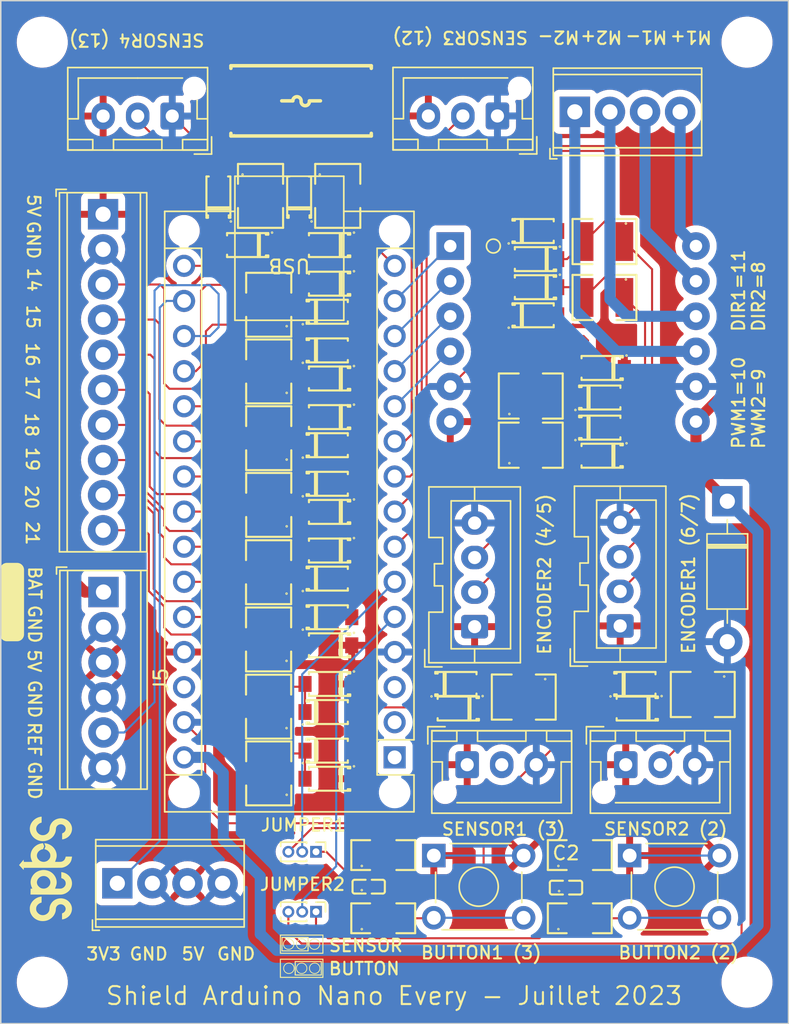
<source format=kicad_pcb>
(kicad_pcb (version 20221018) (generator pcbnew)
  (layers (0 "F.Cu" signal) (31 "B.Cu" signal) (34 "B.Paste" user) (35 "F.Paste" user) (36 "B.SilkS" user "B.Silkscreen") (37 "F.SilkS" user "F.Silkscreen") (38 "B.Mask" user) (39 "F.Mask" user) (44 "Edge.Cuts" user))
  (net 0 "")
  (net 1 "/TX1")
  (net 2 "/RX1")
  (net 4 "/MOSI")
  (net 6 "/GND")
  (net 7 "/D2")
  (net 8 "/+5V")
  (net 9 "/D3")
  (net 10 "/D4")
  (net 11 "/D5")
  (net 12 "/D6")
  (net 13 "/D7")
  (net 14 "/D8")
  (net 15 "/D9")
  (net 16 "/A1")
  (net 17 "/A2")
  (net 18 "/MISO")
  (net 19 "/D10")
  (net 20 "/VBAT")
  (net 21 "Net-(J13-Pin_2)")
  (net 22 "/SCK")
  (net 23 "/3V3")
  (net 24 "/A0")
  (net 25 "/A3")
  (net 26 "/A4")
  (net 27 "/A5")
  (net 28 "/A6")
  (net 29 "/A7")
  (net 30 "Net-(J1-Pin_2)")
  (net 31 "Net-(J2-Pin_2)")
  (net 32 "Net-(J3-Pin_2)")
  (net 33 "Net-(J8-Pin_1)")
  (net 34 "Net-(J8-Pin_2)")
  (net 35 "Net-(J8-Pin_3)")
  (net 36 "Net-(J8-Pin_4)")
  (net 37 "Net-(J7-Pin_3)")
  (net 38 "Net-(J7-Pin_2)")
  (net 39 "Net-(J10-Pin_3)")
  (net 40 "Net-(J10-Pin_2)")
  (net 41 "Net-(R17-Pad2)")
  (net 42 "Net-(R19-Pad2)")
  (net 43 "Net-(J14-Pin_1)")
  (net 44 "Net-(J15-Pin_1)")
  (net 45 "Net-(D1-A)")
  (net 46 "Net-(D3-A)")
  (net 47 "/AREF")
  (net 48 "Net-(J5-Pin_1)")
  (net 49 "Net-(J6-Pin_3)")
  (net 50 "Net-(J6-Pin_4)")
  (net 51 "Net-(J6-Pin_5)")
  (net 52 "Net-(J6-Pin_6)")
  (net 53 "Net-(J6-Pin_7)")
  (net 54 "Net-(J6-Pin_8)")
  (net 55 "Net-(J6-Pin_9)")
  (net 56 "Net-(J6-Pin_10)")
  (footprint "SHIELD footprint:SOD-123_L2.8-W1.8-LS3.7-RD" (layer "F.Cu") (at 127.705595 81.298)
    (fp_text reference "D10" hide)
    (fp_text value "D_Schottky")
  )
  (footprint "SHIELD footprint:R1210" (layer "F.Cu") (at 142.352 88.156)
    (fp_text reference "R13" hide)
    (fp_text value "R_US")
  )
  (footprint "SHIELD footprint:SOD-123_L2.8-W1.8-LS3.7-RD" (layer "F.Cu") (at 147.432 86.886)
    (fp_text reference "D26" hide)
    (fp_text value "D_Schottky")
  )
  (footprint "SHIELD footprint:R1210" (layer "F.Cu") (at 123.376932 102.208801 90)
    (fp_text reference "R10" hide)
    (fp_text value "R_US")
  )
  (footprint "SHIELD footprint:SOD-123_L2.8-W1.8-LS3.7-RD" (layer "F.Cu") (at 147.432 88.918 180)
    (fp_text reference "D25" hide)
    (fp_text value "D_Schottky")
  )
  (footprint "Connector_JST:JST_XA_B04B-XASK-1_1x04_P2.50mm_Vertical" (layer "F.Cu") (at 148.82 101.23 90)
    (fp_text reference "J7" hide)
    (fp_text value "Conn_01x04")
  )
  (footprint "Connector_JST:JST_XA_B04B-XASK-1_1x04_P2.50mm_Vertical" (layer "F.Cu") (at 138.288 101.284 90)
    (fp_text reference "J10" hide)
    (fp_text value "Conn_01x04")
  )
  (footprint "SHIELD footprint:R1210" (layer "F.Cu") (at 122.794 70.122 -90)
    (fp_text reference "R16" hide)
    (fp_text value "R_US")
  )
  (footprint "SHIELD footprint:SOD-123_L2.8-W1.8-LS3.7-RD" (layer "F.Cu") (at 127.705595 88.156)
    (fp_text reference "D12" hide)
    (fp_text value "D_Schottky")
  )
  (footprint "SHIELD footprint:SOD-123_L2.8-W1.8-LS3.7-RD" (layer "F.Cu") (at 127.705595 110.254)
    (fp_text reference "D22" hide)
    (fp_text value "D_Schottky")
  )
  (footprint "SHIELD footprint:SOD-123_L2.8-W1.8-LS3.7-RD" (layer "F.Cu") (at 121.778 73.678 180)
    (fp_text reference "D32" hide)
    (fp_text value "D_Schottky")
  )
  (footprint "SHIELD footprint:TerminalBlock_Phoenix_MPT-0,5-6-2.54_1x06_P2.54mm_Horizontal" (layer "F.Cu") (at 111.43 98.78 -90)
    (fp_text reference "J5")
    (fp_text value "Conn_01x06_Pin")
  )
  (footprint "SHIELD footprint:R1210" (layer "F.Cu") (at 141.844 106.378 180)
    (fp_text reference "R2" hide)
    (fp_text value "R_US")
  )
  (footprint "SHIELD footprint:R1210" (layer "F.Cu") (at 154.798 106.19 180)
    (fp_text reference "R1" hide)
    (fp_text value "R_US")
  )
  (footprint "SHIELD footprint:R1210" (layer "F.Cu") (at 123.376932 107.072399 90)
    (fp_text reference "R9" hide)
    (fp_text value "R_US")
  )
  (footprint "Connector_JST:JST_XH_B3B-XH-AM_1x03_P2.50mm_Vertical" (layer "F.Cu") (at 116.4038 64.3468 180)
    (fp_text reference "J13" hide)
    (fp_text value "Conn_01x03_Pin")
  )
  (footprint "SHIELD footprint:SOD-123_L2.8-W1.8-LS3.7-RD" (layer "F.Cu") (at 147.432 82.568 180)
    (fp_text reference "D23" hide)
    (fp_text value "D_Schottky")
  )
  (footprint "SHIELD footprint:SOD-123_L2.8-W1.8-LS3.7-RD" (layer "F.Cu") (at 127.705595 107.46)
    (fp_text reference "D18" hide)
    (fp_text value "D_Schottky")
  )
  (footprint "SHIELD footprint:SOD-123_L2.8-W1.8-LS3.7-RD" (layer "F.Cu") (at 127.705595 86.124 180)
    (fp_text reference "D11" hide)
    (fp_text value "D_Schottky")
  )
  (footprint "SHIELD footprint:SOD-123_L2.8-W1.8-LS3.7-RD" (layer "F.Cu") (at 142.606 78.758)
    (fp_text reference "D27" hide)
    (fp_text value "D_Schottky")
  )
  (footprint "SHIELD footprint:R1210" (layer "F.Cu") (at 147.686 77.47 180)
    (fp_text reference "R14" hide)
    (fp_text value "R_US")
  )
  (footprint "Module:Arduino_Nano_WithMountingHoles" (layer "F.Cu") (at 132.5 110.74 180)
    (fp_text reference "A1" hide)
    (fp_text value "Arduino_Nano_Every")
  )
  (footprint "" (layer "F.Cu") (at 158 59)
    (fp_text reference "" hide)
    (fp_text value "")
  )
  (footprint "SHIELD footprint:SOD-123_L2.8-W1.8-LS3.7-RD" (layer "F.Cu") (at 142.606 74.694 180)
    (fp_text reference "D30" hide)
    (fp_text value "D_Schottky")
  )
  (footprint "SHIELD footprint:SOD-123_L2.8-W1.8-LS3.7-RD" (layer "F.Cu") (at 142.606 76.726 180)
    (fp_text reference "D28" hide)
    (fp_text value "D_Schottky")
  )
  (footprint "Connector_PinHeader_1.00mm:PinHeader_1x03_P1.00mm_Vertical" (layer "F.Cu") (at 126.81 121.91 -90)
    (fp_text reference "J15" hide)
    (fp_text value "Conn_01x03_Pin")
  )
  (footprint "Connector_JST:JST_XH_B3B-XH-AM_1x03_P2.50mm_Vertical" (layer "F.Cu") (at 139.9386 64.3382 180)
    (fp_text reference "J3" hide)
    (fp_text value "Conn_01x03_Pin")
  )
  (footprint "Connector_PinHeader_1.00mm:PinHeader_1x03_P1.00mm_Vertical" (layer "F.Cu") (at 126.81 117.57 -90)
    (fp_text reference "J14" hide)
    (fp_text value "Conn_01x03_Pin")
  )
  (footprint "logo:logo" (layer "F.Cu") (at 107.23 118.8 -90)
    (fp_text reference "G***" hide)
    (fp_text value "LOGO" hide)
  )
  (footprint "SHIELD footprint:R1210" (layer "F.Cu") (at 123.387595 111.898399 90)
    (fp_text reference "R11" hide)
    (fp_text value "R_US")
  )
  (footprint "SHIELD footprint:SOD-123_L2.8-W1.8-LS3.7-RD" (layer "F.Cu") (at 149.972 107.206 180)
    (fp_text reference "D2" hide)
    (fp_text value "D_Schottky")
  )
  (footprint "SHIELD footprint:TerminalBlock_Phoenix_MPT-0,5-4-2.54_1x04_P2.54mm_Horizontal" (layer "F.Cu") (at 145.54 64.04)
    (fp_text reference "J8" hide)
    (fp_text value "Conn_01x04_Pin")
  )
  (footprint "" (layer "F.Cu") (at 107 127)
    (fp_text reference "" hide)
    (fp_text value "")
  )
  (footprint "SHIELD footprint:capa_10nF" (layer "F.Cu") (at 144.900791 120.162)
    (fp_text reference "C2")
    (fp_text value "C")
  )
  (footprint "SHIELD footprint:capa_10nF" (layer "F.Cu") (at 130.621706 120.094)
    (fp_text reference "C1" hide)
    (fp_text value "C")
  )
  (footprint "SHIELD footprint:R1210" (layer "F.Cu") (at 123.387595 92.474 90)
    (fp_text reference "R7" hide)
    (fp_text value "R_US")
  )
  (footprint "SHIELD footprint:TerminalBlock_Phoenix_MPT-0,5-10-2.54_1x10_P2.54mm_Horizontal" (layer "F.Cu") (at 111.4 71.45 -90)
    (fp_text reference "J6" hide)
    (fp_text value "Conn_01x10_Pin")
  )
  (footprint "SHIELD footprint:TerminalBlock_Phoenix_MPT-0,5-4-2.54_1x04_P2.54mm_Horizontal" (layer "F.Cu") (at 112.43 119.85)
    (fp_text reference "J12" hide)
    (fp_text value "Conn_01x04_Pin")
  )
  (footprint "SHIELD footprint:R1206" (layer "F.Cu") (at 145.898791 122.38)
    (fp_text reference "R20" hide)
    (fp_text value "R_US")
  )
  (footprint "Connector_JST:JST_XH_B3B-XH-AM_1x03_P2.50mm_Vertical" (layer "F.Cu") (at 149.225 111.27)
    (fp_text reference "J1" hide)
    (fp_text value "Conn_01x03_Pin")
  )
  (footprint "SHIELD footprint:SOD-123_L2.8-W1.8-LS3.7-RD" (layer "F.Cu") (at 127.705595 97.808)
    (fp_text reference "D16" hide)
    (fp_text value "D_Schottky")
  )
  (footprint "SHIELD footprint:SOD-123_L2.8-W1.8-LS3.7-RD" (layer "F.Cu") (at 125.588 70.122 90)
    (fp_text reference "D6" hide)
    (fp_text value "D_Schottky")
  )
  (footprint "SHIELD footprint:R1210" (layer "F.Cu") (at 123.387595 87.648 90)
    (fp_text reference "R6" hide)
    (fp_text value "R_US")
  )
  (footprint "SHIELD footprint:R1210" (layer "F.Cu") (at 142.352 84.6)
    (fp_text reference "R12" hide)
    (fp_text value "R_US")
  )
  (footprint "SHIELD footprint:SOD-123_L2.8-W1.8-LS3.7-RD" (layer "F.Cu") (at 127.705595 102.634 180)
    (fp_text reference "D19" hide)
    (fp_text value "D_Schottky")
  )
  (footprint "" (layer "F.Cu") (at 107 59)
    (fp_text reference "" hide)
    (fp_text value "")
  )
  (footprint "SHIELD footprint:SOD-123_L2.8-W1.8-LS3.7-RD" (layer "F.Cu") (at 127.705595 83.33 180)
    (fp_text reference "D9" hide)
    (fp_text value "D_Schottky")
  )
  (footprint "SHIELD footprint:R1210" (layer "F.Cu") (at 123.387595 82.822 90)
    (fp_text reference "R5" hide)
    (fp_text value "R_US")
  )
  (footprint "SHIELD footprint:SOD-123_L2.8-W1.8-LS3.7-RD" (layer "F.Cu") (at 127.705595 90.95)
    (fp_text reference "D14" hide)
    (fp_text value "D_Schottky")
  )
  (footprint "SHIELD footprint:SOD-123_L2.8-W1.8-LS3.7-RD" (layer "F.Cu") (at 127.705595 78.504)
    (fp_text reference "D8" hide)
    (fp_text value "D_Schottky")
  )
  (footprint "SHIELD footprint:SOD-123_L2.8-W1.8-LS3.7-RD" (layer "F.Cu") (at 127.705595 95.776 180)
    (fp_text reference "D15" hide)
    (fp_text value "D_Schottky")
  )
  (footprint "SHIELD footprint:R1210" (layer "F.Cu") (at 147.686 73.424 180)
    (fp_text reference "R15" hide)
    (fp_text value "R_US")
  )
  (footprint "Connector_JST:JST_XH_B3B-XH-AM_1x03_P2.50mm_Vertical" (layer "F.Cu") (at 137.75 111.27)
    (fp_text reference "J2" hide)
    (fp_text value "Conn_01x03_Pin")
  )
  (footprint "SHIELD footprint:fuse" (layer "F.Cu") (at 125.73 63.246)
    (fp_text reference "F1" hide)
    (fp_text value "Polyfuse")
  )
  (footprint "SHIELD footprint:DRI0044" (layer "F.Cu") (at 145.48 80.21)
    (fp_text reference "U1" hide)
    (fp_text value "DRI0044")
  )
  (footprint "SHIELD footprint:SOD-123_L2.8-W1.8-LS3.7-RD" (layer "F.Cu") (at 137.018 107.206 180)
    (fp_text reference "D4" hide)
    (fp_text value "D_Schottky")
  )
  (footprint "Diode_THT:D_DO-41_SOD81_P10.16mm_Horizontal" (layer "F.Cu") (at 156.575 92.21 -90)
    (fp_text reference "D31" hide)
    (fp_text value "1N4001")
  )
  (footprint "logo:jumper2" (layer "F.Cu") (at 125.77 124.25)
    (fp_text reference "G***" hide)
    (fp_text value "LOGO" hide)
  )
  (footprint "SHIELD footprint:R1210" (layer "F.Cu") (at 128.382 70.122 -90)
    (fp_text reference "R3" hide)
    (fp_text value "R_US")
  )
  (footprint "SHIELD footprint:SOD-123_L2.8-W1.8-LS3.7-RD" (layer "F.Cu") (at 137.018 105.428)
    (fp_text reference "D3" hide)
    (fp_text value "D_Schottky")
  )
  (footprint "Button_Switch_THT:SW_TH_Tactile_Omron_B3F-10xx" (layer "F.Cu") (at 135.334791 117.844)
    (fp_text reference "SW1" hide)
    (fp_text value "SW_Push")
  )
  (footprint "" (layer "F.Cu") (at 158 127)
    (fp_text reference "" hide)
    (fp_text value "")
  )
  (footprint "SHIELD footprint:R1210" (layer "F.Cu") (at 123.376932 97.343589 90)
    (fp_text reference "R8" hide)
    (fp_text value "R_US")
  )
  (footprint "SHIELD footprint:SOD-123_L2.8-W1.8-LS3.7-RD" (layer "F.Cu") (at 147.432 84.708286)
    (fp_text reference "D24" hide)
    (fp_text value "D_Schottky")
  )
  (footprint "SHIELD footprint:SOD-123_L2.8-W1.8-LS3.7-RD" (layer "F.Cu") (at 127.705595 105.428 180)
    (fp_text reference "D17" hide)
    (fp_text value "D_Schottky")
  )
  (footprint "SHIELD footprint:R1206" (layer "F.Cu") (at 131.674791 122.38)
    (fp_text reference "R18" hide)
    (fp_text value "R_US")
  )
  (footprint "Button_Switch_THT:SW_TH_Tactile_Omron_B3F-10xx" (layer "F.Cu") (at 149.506791 117.844)
    (fp_text reference "SW2" hide)
    (fp_text value "SW_Push")
  )
  (footprint "SHIELD footprint:SOD-123_L2.8-W1.8-LS3.7-RD" (layer "F.Cu") (at 142.606 72.662)
    (fp_text reference "D29" hide)
    (fp_text value "D_Schottky")
  )
  (footprint "SHIELD footprint:SOD-123_L2.8-W1.8-LS3.7-RD" (layer "F.Cu") (at 127.705595 92.982 180)
    (fp_text reference "D13" hide)
    (fp_text value "D_Schottky")
  )
  (footprint "logo:jumper2" (layer "F.Cu") (at 125.77 126 180)
    (fp_text reference "G***" hide)
    (fp_text value "LOGO" hide)
  )
  (footprint "SHIELD footprint:SOD-123_L2.8-W1.8-LS3.7-RD" (layer "F.Cu") (at 119.746 70.122 90)
    (fp_text reference "D33" hide)
    (fp_text value "D_Schottky")
  )
  (footprint "SHIELD footprint:SOD-123_L2.8-W1.8-LS3.7-RD" (layer "F.Cu") (at 127.705595 76.472 180)
    (fp_text reference "D7" hide)
    (fp_text value "D_Schottky")
  )
  (footprint "SHIELD footprint:SOD-123_L2.8-W1.8-LS3.7-RD" (layer "F.Cu") (at 127.705595 73.678 180)
    (fp_text reference "D5" hide)
    (fp_text value "D_Schottky")
  )
  (footprint "SHIELD footprint:R1210" (layer "F.Cu") (at 123.387595 77.996 90)
    (fp_text reference "R4" hide)
    (fp_text value "R_US")
  )
  (footprint "SHIELD footprint:SOD-123_L2.8-W1.8-LS3.7-RD" (layer "F.Cu") (at 127.705595 112.286 180)
    (fp_text reference "D21" hide)
    (fp_text value "D_Schottky")
  )
  (footprint "SHIELD footprint:R1206" (layer "F.Cu") (at 131.674791 117.808)
    (fp_text reference "R17" hide)
    (fp_text value "R_US")
  )
  (footprint "SHIELD footprint:R1206" (layer "F.Cu") (at 145.898791 117.808)
    (fp_text reference "R19" hide)
    (fp_text value "R_US")
  )
  (footprint "SHIELD footprint:SOD-123_L2.8-W1.8-LS3.7-RD" (layer "F.Cu") (at 149.972 105.428)
    (fp_text reference "D1" hide)
    (fp_text value "D_Schottky")
  )
  (footprint "SHIELD footprint:SOD-123_L2.8-W1.8-LS3.7-RD" (layer "F.Cu") (at 127.705595 100.602)
    (fp_text reference "D20" hide)
    (fp_text value "D_Schottky")
  )
  (gr_rect (start 104.44 97.17) (end 105.18 101.84) (stroke (width 1)) (fill none) (layer "F.SilkS"))
  (gr_rect (start 104 56) (end 161 130) (stroke (width 0.1)) (fill none) (layer "Edge.Cuts"))
  (gr_text "DIR1=11\nDIR2=8" (at 159.36 80.03 90) (layer "F.SilkS") (effects (font (size 0.9 0.9)) (justify left bottom)))
  (gr_text "19" (at 105.754 89.16 270) (layer "F.SilkS") (effects (font (size 0.9 0.9)) (justify bottom)))
  (gr_text "18" (at 105.7 86.69 270) (layer "F.SilkS") (effects (font (size 0.9 0.9)) (justify bottom)))
  (gr_text "M1-" (at 152.31 58.11 180) (layer "F.SilkS") (effects (font (size 0.9 0.9)) (justify left bottom)))
  (gr_text "BAT" (at 105.93 96.84 270) (layer "F.SilkS") (effects (font (size 0.9 0.9)) (justify left bottom)))
  (gr_text "M2-" (at 145.96 58.11 180) (layer "F.SilkS") (effects (font (size 0.9 0.9)) (justify left bottom)))
  (gr_text "5V" (at 105.85 69.91 270) (layer "F.SilkS") (effects (font (size 0.9 0.9)) (justify left bottom)))
  (gr_text "21" (at 105.754 94.52 270) (layer "F.SilkS") (effects (font (size 0.9 0.9)) (justify bottom)))
  (gr_text "17" (at 105.74 83.99 270) (layer "F.SilkS") (effects (font (size 0.9 0.9)) (justify bottom)))
  (gr_text "M1+" (at 155.54 58.12 180) (layer "F.SilkS") (effects (font (size 0.9 0.9)) (justify left bottom)))
  (gr_text "SENSOR1 (3)" (at 135.83 116.46) (layer "F.SilkS") (effects (font (size 0.9 0.9)) (justify left bottom)))
  (gr_text "20" (at 105.7 91.91 270) (layer "F.SilkS") (effects (font (size 0.9 0.9)) (justify bottom)))
  (gr_text "SENSOR2 (2)" (at 147.56 116.45) (layer "F.SilkS") (effects (font (size 0.9 0.9)) (justify left bottom)))
  (gr_text "REF" (at 105.9 108.1 270) (layer "F.SilkS") (effects (font (size 0.9 0.9)) (justify left bottom)))
  (gr_text "M2+" (at 149.05 58.11 180) (layer "F.SilkS") (effects (font (size 0.9 0.9)) (justify left bottom)))
  (gr_text "5V" (at 105.89 102.85 270) (layer "F.SilkS") (effects (font (size 0.9 0.9)) (justify left bottom)))
  (gr_text "GND" (at 105.92 99.63 270) (layer "F.SilkS") (effects (font (size 0.9 0.9)) (justify left bottom)))
  (gr_text "GND" (at 105.83 71.84 270) (layer "F.SilkS") (effects (font (size 0.9 0.9)) (justify left bottom)))
  (gr_text "BUTTON2 (2)" (at 148.61 125.4) (layer "F.SilkS") (effects (font (size 0.9 0.9)) (justify left bottom)))
  (gr_text "5V" (at 117 125.49) (layer "F.SilkS") (effects (font (size 0.9 0.9)) (justify left bottom)))
  (gr_text "GND" (at 105.92 105.05 270) (layer "F.SilkS") (effects (font (size 0.9 0.9)) (justify left bottom)))
  (gr_text "3V3" (at 110.1 125.49) (layer "F.SilkS") (effects (font (size 0.9 0.9)) (justify left bottom)))
  (gr_text "SENSOR3 (12)" (at 142.23 58.13 180) (layer "F.SilkS") (effects (font (size 0.9 0.9)) (justify left bottom)))
  (gr_text "JUMPER1" (at 122.73 116.16) (layer "F.SilkS") (effects (font (size 0.9 0.9)) (justify left bottom)))
  (gr_text "PWM1=10\nPWM2=9" (at 159.365 88.503 90) (layer "F.SilkS") (effects (font (size 0.9 0.9)) (justify left bottom)))
  (gr_text "JUMPER2" (at 122.67 120.45) (layer "F.SilkS") (effects (font (size 0.9 0.9)) (justify left bottom)))
  (gr_text "SENSOR" (at 127.66 124.88) (layer "F.SilkS") (effects (font (size 0.9 0.9)) (justify left bottom)))
  (gr_text "14" (at 105.86 76.19 270) (layer "F.SilkS") (effects (font (size 0.9 0.9)) (justify bottom)))
  (gr_text "GND" (at 105.92 110.94 270) (layer "F.SilkS") (effects (font (size 0.9 0.9)) (justify left bottom)))
  (gr_text "BUTTON1 (3)" (at 134.32 125.4) (layer "F.SilkS") (effects (font (size 0.9 0.9)) (justify left bottom)))
  (gr_text "ENCODER1 (6/7)" (at 154.2938 103.34 90) (layer "F.SilkS") (effects (font (size 0.9 0.9)) (justify left bottom)))
  (gr_text "ENCODER2 (4/5)" (at 143.87 103.394 90) (layer "F.SilkS") (effects (font (size 0.9 0.9)) (justify left bottom)))
  (gr_text "16" (at 105.754 81.6 270) (layer "F.SilkS") (effects (font (size 0.9 0.9)) (justify bottom)))
  (gr_text "SENSOR4 (13)" (at 118.82 58.32 180) (layer "F.SilkS") (effects (font (size 0.9 0.9)) (justify left bottom)))
  (gr_text "BUTTON" (at 127.65 126.55) (layer "F.SilkS") (effects (font (size 0.9 0.9)) (justify left bottom)))
  (gr_text "GND" (at 119.56 125.49) (layer "F.SilkS") (effects (font (size 0.9 0.9)) (justify left bottom)))
  (gr_text "GND" (at 113.23 125.49) (layer "F.SilkS") (effects (font (size 0.9 0.9)) (justify left bottom)))
  (gr_text "Shield Arduino Nano Every - Juillet 2023" (at 111.5 128.75) (layer "F.SilkS") (effects (font (size 1.3 1.3)) (justify left bottom)))
  (gr_text "15" (at 105.8 78.87 270) (layer "F.SilkS") (effects (font (size 0.9 0.9)) (justify bottom)))
  (segment (start 136.47 73.75) (end 136.525 73.75) (width 0.15) (layer "B.Cu") (net 4))
  (segment (start 132.5 77.72) (end 136.47 73.75) (width 0.15) (layer "B.Cu") (net 4))
  (segment (start 130.029 110.254) (end 129.398 110.254) (width 0.15) (layer "F.Cu") (net 6))
  (segment (start 141.832 120.396) (end 144.42 117.808) (width 0.15) (layer "F.Cu") (net 6))
  (segment (start 148.279595 107.206) (end 146.814 107.206) (width 0.15) (layer "F.Cu") (net 6))
  (segment (start 145.445876 118.833876) (end 144.42 117.808) (width 0.15) (layer "F.Cu") (net 6))
  (segment (start 150.114 92.436) (end 148.82 93.73) (width 0.15) (layer "F.Cu") (net 6))
  (segment (start 119.746 67.689) (end 119.746 68.429595) (width 0.15) (layer "F.Cu") (net 6))
  (segment (start 135.244595 107.125) (end 135.325595 107.206) (width 0.15) (layer "F.Cu") (net 6))
  (segment (start 140.163589 80.271411) (end 140.163589 77.476006) (width 0.15) (layer "F.Cu") (net 6))
  (segment (start 130.395 115.505) (end 130.95 114.95) (width 0.15) (layer "F.Cu") (net 6))
  (segment (start 140.163589 77.476006) (end 140.913595 76.726) (width 0.15) (layer "F.Cu") (net 6))
  (segment (start 130.95 111.175) (end 130.029 110.254) (width 0.15) (layer "F.Cu") (net 6))
  (segment (start 149.751 86.886) (end 150.114 87.249) (width 0.15) (layer "F.Cu") (net 6))
  (segment (start 136.525 83.91) (end 140.163589 80.271411) (width 0.15) (layer "F.Cu") (net 6))
  (segment (start 129.398 100.602) (end 129.398 97.808) (width 0.15) (layer "F.Cu") (net 6))
  (segment (start 130.196 117.808) (end 131.799 116.205) (width 0.15) (layer "F.Cu") (net 6))
  (segment (start 139.827 120.396) (end 141.832 120.396) (width 0.15) (layer "F.Cu") (net 6))
  (segment (start 129.733 107.125) (end 135.244595 107.125) (width 0.15) (layer "F.Cu") (net 6))
  (segment (start 129.398 107.46) (end 129.733 107.125) (width 0.15) (layer "F.Cu") (net 6))
  (segment (start 149.124405 86.886) (end 149.124405 84.708286) (width 0.15) (layer "F.Cu") (net 6))
  (segment (start 149.124405 86.886) (end 149.751 86.886) (width 0.15) (layer "F.Cu") (net 6))
  (segment (start 120.085 115.505) (end 130.395 115.505) (width 0.15) (layer "F.Cu") (net 6))
  (segment (start 142.476 111.27) (end 138.938 114.808) (width 0.15) (layer "F.Cu") (net 6))
  (segment (start 129.398 81.298) (end 129.398 78.504) (width 0.15) (layer "F.Cu") (net 6))
  (segment (start 145.445876 120.162) (end 145.445876 118.833876) (width 0.15) (layer "F.Cu") (net 6))
  (segment (start 137.922 116.205) (end 138.938 117.221) (width 0.15) (layer "F.Cu") (net 6))
  (segment (start 150.114 87.249) (end 150.114 92.436) (width 0.15) (layer "F.Cu") (net 6))
  (segment (start 129.398 88.156) (end 129.398 90.95) (width 0.15) (layer "F.Cu") (net 6))
  (segment (start 138.938 114.808) (end 138.938 117.221) (width 0.15) (layer "F.Cu") (net 6))
  (segment (start 118.79 114.21) (end 120.085 115.505) (width 0.15) (layer "F.Cu") (net 6))
  (segment (start 131.166791 118.778791) (end 130.196 117.808) (width 0.15) (layer "F.Cu") (net 6))
  (segment (start 131.166791 120.094) (end 131.166791 118.778791) (width 0.15) (layer "F.Cu") (net 6))
  (segment (start 131.799 116.205) (end 137.922 116.205) (width 0.15) (layer "F.Cu") (net 6))
  (segment (start 130.95 114.95) (end 130.95 111.175) (width 0.15) (layer "F.Cu") (net 6))
  (segment (start 138.938 119.507) (end 139.827 120.396) (width 0.15) (layer "F.Cu") (net 6))
  (segment (start 129.398 110.254) (end 129.398 107.46) (width 0.15) (layer "F.Cu") (net 6))
  (segment (start 146.814 107.206) (end 142.75 111.27) (width 0.15) (layer "F.Cu") (net 6))
  (segment (start 138.938 117.221) (end 138.938 119.507) (width 0.15) (layer "F.Cu") (net 6))
  (segment (start 116.4038 64.3468) (end 119.746 67.689) (width 0.15) (layer "F.Cu") (net 6))
  (segment (start 118.79 109.73) (end 118.79 114.21) (width 0.15) (layer "F.Cu") (net 6))
  (segment (start 142.75 111.27) (end 142.476 111.27) (width 0.15) (layer "F.Cu") (net 6))
  (segment (start 117.26 108.2) (end 118.79 109.73) (width 0.15) (layer "F.Cu") (net 6))
  (segment (start 128.27 118.618) (end 128.27 104.81) (width 0.15) (layer "B.Cu") (net 7))
  (segment (start 125.81 121.91) (end 125.81 121.078) (width 0.15) (layer "B.Cu") (net 7))
  (segment (start 125.81 121.078) (end 128.27 118.618) (width 0.15) (layer "B.Cu") (net 7))
  (segment (start 128.27 104.81) (end 132.5 100.58) (width 0.15) (layer "B.Cu") (net 7))
  (segment (start 135.334791 117.844) (end 141.834791 117.844) (width 0.15) (layer "B.Cu") (net 8))
  (segment (start 149.506791 117.844) (end 156.006791 117.844) (width 0.15) (layer "B.Cu") (net 8))
  (segment (start 125.81 104.73) (end 132.5 98.04) (width 0.15) (layer "B.Cu") (net 9))
  (segment (start 125.81 117.57) (end 125.81 104.73) (width 0.15) (layer "B.Cu") (net 9))
  (segment (start 142.878 67.567) (end 143.129 67.818) (width 0.15) (layer "F.Cu") (net 10))
  (segment (start 134.812 93.188) (end 134.812 68.01) (width 0.15) (layer "F.Cu") (net 10))
  (segment (start 143.129 83.935801) (end 143.793199 84.6) (width 0.15) (layer "F.Cu") (net 10))
  (segment (start 143.793199 84.6) (end 145.631309 84.6) (width 0.15) (layer "F.Cu") (net 10))
  (segment (start 132.5 95.5) (end 134.812 93.188) (width 0.15) (layer "F.Cu") (net 10))
  (segment (start 135.255 67.567) (end 142.878 67.567) (width 0.15) (layer "F.Cu") (net 10))
  (segment (start 143.129 67.818) (end 143.129 83.935801) (width 0.15) (layer "F.Cu") (net 10))
  (segment (start 145.739595 82.568) (end 145.739595 84.708286) (width 0.15) (layer "F.Cu") (net 10))
  (segment (start 145.631309 84.6) (end 145.739595 84.708286) (width 0.15) (layer "F.Cu") (net 10))
  (segment (start 134.812 68.01) (end 135.255 67.567) (width 0.15) (layer "F.Cu") (net 10))
  (segment (start 146.489601 86.135994) (end 145.739595 86.886) (width 0.15) (layer "F.Cu") (net 11))
  (segment (start 145.739595 86.886) (end 145.739595 88.918) (width 0.15) (layer "F.Cu") (net 11))
  (segment (start 134.462 90.998) (end 134.462 67.595) (width 0.15) (layer "F.Cu") (net 11))
  (segment (start 146.177 80.264) (end 146.489601 80.576601) (width 0.15) (layer "F.Cu") (net 11))
  (segment (start 145.739595 88.918) (end 144.555199 88.918) (width 0.15) (layer "F.Cu") (net 11))
  (segment (start 143.548399 79.608006) (end 144.204393 80.264) (width 0.15) (layer "F.Cu") (net 11))
  (segment (start 144.555199 88.918) (end 143.793199 88.156) (width 0.15) (layer "F.Cu") (net 11))
  (segment (start 143.548399 67.602399) (end 143.548399 79.608006) (width 0.15) (layer "F.Cu") (net 11))
  (segment (start 143.163 67.217) (end 143.548399 67.602399) (width 0.15) (layer "F.Cu") (net 11))
  (segment (start 144.204393 80.264) (end 146.177 80.264) (width 0.15) (layer "F.Cu") (net 11))
  (segment (start 146.489601 80.576601) (end 146.489601 86.135994) (width 0.15) (layer "F.Cu") (net 11))
  (segment (start 132.5 92.96) (end 134.462 90.998) (width 0.15) (layer "F.Cu") (net 11))
  (segment (start 134.462 67.595) (end 134.84 67.217) (width 0.15) (layer "F.Cu") (net 11))
  (segment (start 134.84 67.217) (end 143.163 67.217) (width 0.15) (layer "F.Cu") (net 11))
  (segment (start 147.639 66.867) (end 147.860937 67.088937) (width 0.15) (layer "F.Cu") (net 12))
  (segment (start 132.5 90.42) (end 132.504 90.424) (width 0.15) (layer "F.Cu") (net 12))
  (segment (start 144.298405 72.662) (end 144.298405 74.694) (width 0.15) (layer "F.Cu") (net 12))
  (segment (start 147.860937 67.088937) (end 147.860937 71.807864) (width 0.15) (layer "F.Cu") (net 12))
  (segment (start 144.974801 74.694) (end 146.244801 73.424) (width 0.15) (layer "F.Cu") (net 12))
  (segment (start 134.112 67.183) (end 134.428 66.867) (width 0.15) (layer "F.Cu") (net 12))
  (segment (start 133.604 90.424) (end 134.112 89.916) (width 0.15) (layer "F.Cu") (net 12))
  (segment (start 134.112 89.916) (end 134.112 67.183) (width 0.15) (layer "F.Cu") (net 12))
  (segment (start 144.298405 74.694) (end 144.974801 74.694) (width 0.15) (layer "F.Cu") (net 12))
  (segment (start 147.860937 71.807864) (end 146.244801 73.424) (width 0.15) (layer "F.Cu") (net 12))
  (segment (start 134.428 66.867) (end 147.639 66.867) (width 0.15) (layer "F.Cu") (net 12))
  (segment (start 132.504 90.424) (end 133.604 90.424) (width 0.15) (layer "F.Cu") (net 12))
  (segment (start 144.298405 78.758) (end 144.298405 76.726) (width 0.15) (layer "F.Cu") (net 13))
  (segment (start 148.210937 66.930937) (end 147.797 66.517) (width 0.15) (layer "F.Cu") (net 13))
  (segment (start 133.731 66.929) (end 133.731 87.376) (width 0.15) (layer "F.Cu") (net 13))
  (segment (start 147.797 66.517) (end 134.143 66.517) (width 0.15) (layer "F.Cu") (net 13))
  (segment (start 148.210937 75.503864) (end 148.210937 66.930937) (width 0.15) (layer "F.Cu") (net 13))
  (segment (start 145.500801 76.726) (end 146.244801 77.47) (width 0.15) (layer "F.Cu") (net 13))
  (segment (start 133.227 87.88) (end 132.5 87.88) (width 0.15) (layer "F.Cu") (net 13))
  (segment (start 144.298405 76.726) (end 145.500801 76.726) (width 0.15) (layer "F.Cu") (net 13))
  (segment (start 134.143 66.517) (end 133.731 66.929) (width 0.15) (layer "F.Cu") (net 13))
  (segment (start 133.731 87.376) (end 133.227 87.88) (width 0.15) (layer "F.Cu") (net 13))
  (segment (start 146.244801 77.47) (end 148.210937 75.503864) (width 0.15) (layer "F.Cu") (net 13))
  (segment (start 132.5 85.34) (end 136.47 81.37) (width 0.15) (layer "B.Cu") (net 14))
  (segment (start 136.47 81.37) (end 136.525 81.37) (width 0.15) (layer "B.Cu") (net 14))
  (segment (start 136.47 78.83) (end 136.525 78.83) (width 0.15) (layer "B.Cu") (net 15))
  (segment (start 132.5 82.8) (end 136.47 78.83) (width 0.15) (layer "B.Cu") (net 15))
  (segment (start 119.191 81.723) (end 119.533199 81.380801) (width 0.15) (layer "F.Cu") (net 16))
  (segment (start 123.387595 81.380801) (end 125.930389 81.380801) (width 0.15) (layer "F.Cu") (net 16))
  (segment (start 117.26 85.34) (end 118.749 85.34) (width 0.15) (layer "F.Cu") (net 16))
  (segment (start 119.533199 81.380801) (end 123.387595 81.380801) (width 0.15) (layer "F.Cu") (net 16))
  (segment (start 118.749 85.34) (end 119.191 84.898) (width 0.15) (layer "F.Cu") (net 16))
  (segment (start 125.930389 81.380801) (end 126.01319 81.298) (width 0.15) (layer "F.Cu") (net 16))
  (segment (start 126.01319 83.33) (end 126.01319 81.298) (width 0.15) (layer "F.Cu") (net 16))
  (segment (start 119.191 84.898) (end 119.191 81.723) (width 0.15) (layer "F.Cu") (net 16))
  (segment (start 121.057199 86.206801) (end 123.387595 86.206801) (width 0.15) (layer "F.Cu") (net 17))
  (segment (start 125.930389 86.206801) (end 126.01319 86.124) (width 0.15) (layer "F.Cu") (net 17))
  (segment (start 119.384 87.88) (end 121.057199 86.206801) (width 0.15) (layer "F.Cu") (net 17))
  (segment (start 117.26 87.88) (end 119.384 87.88) (width 0.15) (layer "F.Cu") (net 17))
  (segment (start 123.387595 86.206801) (end 125.930389 86.206801) (width 0.15) (layer "F.Cu") (net 17))
  (segment (start 126.01319 88.156) (end 126.01319 86.124) (width 0.15) (layer "F.Cu") (net 17))
  (segment (start 125.588 71.814405) (end 128.130794 71.814405) (width 0.15) (layer "F.Cu") (net 18))
  (segment (start 128.130794 71.814405) (end 128.382 71.563199) (width 0.15) (layer "F.Cu") (net 18))
  (segment (start 125.588 73.25281) (end 126.01319 73.678) (width 0.15) (layer "F.Cu") (net 18))
  (segment (start 125.588 71.814405) (end 125.588 73.25281) (width 0.15) (layer "F.Cu") (net 18))
  (segment (start 128.883199 71.563199) (end 132.5 75.18) (width 0.15) (layer "F.Cu") (net 18))
  (segment (start 128.382 71.563199) (end 128.883199 71.563199) (width 0.15) (layer "F.Cu") (net 18))
  (segment (start 132.5 80.26) (end 136.47 76.29) (width 0.15) (layer "B.Cu") (net 19))
  (segment (start 136.47 76.29) (end 136.525 76.29) (width 0.15) (layer "B.Cu") (net 19))
  (segment (start 155.0682 61.0882) (end 156.21 62.23) (width 0.8) (layer "F.Cu") (net 20))
  (segment (start 129.530102 63.246) (end 131.687902 61.0882) (width 0.8) (layer "F.Cu") (net 20))
  (segment (start 154.305 86.45) (end 154.305 89.94) (width 0.8) (layer "F.Cu") (net 20))
  (segment (start 154.305 89.94) (end 156.575 92.21) (width 0.8) (layer "F.Cu") (net 20))
  (segment (start 131.687902 61.0882) (end 155.0682 61.0882) (width 0.8) (layer "F.Cu") (net 20))
  (segment (start 156.21 84.545) (end 154.305 86.45) (width 0.8) (layer "F.Cu") (net 20))
  (segment (start 156.21 62.23) (end 156.21 84.545) (width 0.8) (layer "F.Cu") (net 20))
  (segment (start 122.775 119.35) (end 122.775 123.525) (width 0.8) (layer "B.Cu") (net 20))
  (segment (start 117.26 110.74) (end 118.965 110.74) (width 0.8) (layer "B.Cu") (net 20))
  (segment (start 156.975 124.7) (end 158.8 122.875) (width 0.8) (layer "B.Cu") (net 20))
  (segment (start 118.965 110.74) (end 120.1 111.875) (width 0.8) (layer "B.Cu") (net 20))
  (segment (start 120.1 111.875) (end 120.1 116.675) (width 0.8) (layer "B.Cu") (net 20))
  (segment (start 120.1 116.675) (end 122.775 119.35) (width 0.8) (layer "B.Cu") (net 20))
  (segment (start 122.8 123.525) (end 123.975 124.7) (width 0.8) (layer "B.Cu") (net 20))
  (segment (start 158.8 94.435) (end 158.8 122.875) (width 0.8) (layer "B.Cu") (net 20))
  (segment (start 122.775 123.525) (end 122.8 123.525) (width 0.8) (layer "B.Cu") (net 20))
  (segment (start 156.575 92.21) (end 158.8 94.435) (width 0.8) (layer "B.Cu") (net 20))
  (segment (start 123.975 124.7) (end 156.975 124.7) (width 0.8) (layer "B.Cu") (net 20))
  (segment (start 113.9038 64.3468) (end 113.9038 64.6278) (width 0.15) (layer "F.Cu") (net 21))
  (segment (start 113.9038 64.6278) (end 119.126 69.85) (width 0.15) (layer "F.Cu") (net 21))
  (segment (start 119.126 69.85) (end 121.624801 69.85) (width 0.15) (layer "F.Cu") (net 21))
  (segment (start 121.624801 69.85) (end 122.794 68.680801) (width 0.15) (layer "F.Cu") (net 21))
  (segment (start 122.542794 71.814405) (end 122.794 71.563199) (width 0.15) (layer "F.Cu") (net 22))
  (segment (start 119.746 73.338405) (end 120.085595 73.678) (width 0.15) (layer "F.Cu") (net 22))
  (segment (start 117.26 75.18) (end 118.583595 75.18) (width 0.15) (layer "F.Cu") (net 22))
  (segment (start 119.746 71.814405) (end 122.542794 71.814405) (width 0.15) (layer "F.Cu") (net 22))
  (segment (start 118.583595 75.18) (end 120.085595 73.678) (width 0.15) (layer "F.Cu") (net 22))
  (segment (start 119.746 71.814405) (end 119.746 73.338405) (width 0.15) (layer "F.Cu") (net 22))
  (segment (start 115.5 116.78) (end 115.5 78.2) (width 0.15) (layer "B.Cu") (net 23))
  (segment (start 115.98 77.72) (end 117.26 77.72) (width 0.15) (layer "B.Cu") (net 23))
  (segment (start 112.43 119.85) (end 115.5 116.78) (width 0.15) (layer "B.Cu") (net 23))
  (segment (start 115.5 78.2) (end 115.98 77.72) (width 0.15) (layer "B.Cu") (net 23))
  (segment (start 118.898199 76.554801) (end 123.387595 76.554801) (width 0.15) (layer "F.Cu") (net 24))
  (segment (start 126.01319 76.472) (end 123.470396 76.472) (width 0.15) (layer "F.Cu") (net 24))
  (segment (start 118.491 76.962) (end 118.898199 76.554801) (width 0.15) (layer "F.Cu") (net 24))
  (segment (start 123.470396 76.472) (end 123.387595 76.554801) (width 0.15) (layer "F.Cu") (net 24))
  (segment (start 118.491 82.423) (end 118.491 76.962) (width 0.15) (layer "F.Cu") (net 24))
  (segment (start 118.114 82.8) (end 118.491 82.423) (width 0.15) (layer "F.Cu") (net 24))
  (segment (start 126.01319 78.504) (end 126.01319 76.472) (width 0.15) (layer "F.Cu") (net 24))
  (segment (start 117.26 82.8) (end 118.114 82.8) (width 0.15) (layer "F.Cu") (net 24))
  (segment (start 117.26 90.42) (end 122.774794 90.42) (width 0.15) (layer "F.Cu") (net 25))
  (segment (start 122.774794 90.42) (end 123.387595 91.032801) (width 0.15) (layer "F.Cu") (net 25))
  (segment (start 123.387595 91.032801) (end 125.930389 91.032801) (width 0.15) (layer "F.Cu") (net 25))
  (segment (start 126.01319 92.982) (end 126.01319 90.95) (width 0.15) (layer "F.Cu") (net 25))
  (segment (start 125.930389 91.032801) (end 126.01319 90.95) (width 0.15) (layer "F.Cu") (net 25))
  (segment (start 125.8868 95.90239) (end 126.01319 95.776) (width 0.15) (layer "F.Cu") (net 26))
  (segment (start 126.01319 97.808) (end 126.01319 95.776) (width 0.15) (layer "F.Cu") (net 26))
  (segment (start 122.614194 95.90239) (end 123.376932 95.90239) (width 0.15) (layer "F.Cu") (net 26))
  (segment (start 123.376932 95.90239) (end 125.8868 95.90239) (width 0.15) (layer "F.Cu") (net 26))
  (segment (start 117.26 92.96) (end 121.027 92.96) (width 0.15) (layer "F.Cu") (net 26))
  (segment (start 121.027 92.96) (end 121.412 93.345) (width 0.15) (layer "F.Cu") (net 26))
  (segment (start 121.412 93.345) (end 121.412 94.700196) (width 0.15) (layer "F.Cu") (net 26))
  (segment (start 121.412 94.700196) (end 122.614194 95.90239) (width 0.15) (layer "F.Cu") (net 26))
  (segment (start 117.26 95.5) (end 120.773 95.5) (width 0.15) (layer "F.Cu") (net 27))
  (segment (start 123.376932 100.767602) (end 125.847588 100.767602) (width 0.15) (layer "F.Cu") (net 27))
  (segment (start 126.01319 102.634) (end 126.01319 100.602) (width 0.15) (layer "F.Cu") (net 27))
  (segment (start 125.847588 100.767602) (end 126.01319 100.602) (width 0.15) (layer "F.Cu") (net 27))
  (segment (start 121.158 99.311408) (end 122.614194 100.767602) (width 0.15) (layer "F.Cu") (net 27))
  (segment (start 121.158 95.885) (end 121.158 99.311408) (width 0.15) (layer "F.Cu") (net 27))
  (segment (start 122.614194 100.767602) (end 123.376932 100.767602) (width 0.15) (layer "F.Cu") (net 27))
  (segment (start 120.773 95.5) (end 121.158 95.885) (width 0.15) (layer "F.Cu") (net 27))
  (segment (start 123.376932 105.6312) (end 125.80999 105.6312) (width 0.15) (layer "F.Cu") (net 28))
  (segment (start 120.073 98.04) (end 120.458 98.425) (width 0.15) (layer "F.Cu") (net 28))
  (segment (start 120.458 98.425) (end 120.458 103.32633) (width 0.15) (layer "F.Cu") (net 28))
  (segment (start 126.01319 107.46) (end 126.01319 105.428) (width 0.15) (layer "F.Cu") (net 28))
  (segment (start 120.458 103.32633) (end 122.76287 105.6312) (width 0.15) (layer "F.Cu") (net 28))
  (segment (start 125.80999 105.6312) (end 126.01319 105.428) (width 0.15) (layer "F.Cu") (net 28))
  (segment (start 122.76287 105.6312) (end 123.376932 105.6312) (width 0.15) (layer "F.Cu") (net 28))
  (segment (start 117.26 98.04) (end 120.073 98.04) (width 0.15) (layer "F.Cu") (net 28))
  (segment (start 121.158 108.990343) (end 122.624857 110.4572) (width 0.15) (layer "F.Cu") (net 29))
  (segment (start 125.80999 110.4572) (end 126.01319 110.254) (width 0.15) (layer "F.Cu") (net 29))
  (segment (start 119.758 103.756) (end 121.158 105.156) (width 0.15) (layer "F.Cu") (net 29))
  (segment (start 117.26 100.58) (end 119.5 100.58) (width 0.15) (layer "F.Cu") (net 29))
  (segment (start 122.624857 110.4572) (end 123.387595 110.4572) (width 0.15) (layer "F.Cu") (net 29))
  (segment (start 126.01319 112.286) (end 126.01319 110.254) (width 0.15) (layer "F.Cu") (net 29))
  (segment (start 121.158 105.156) (end 121.158 108.990343) (width 0.15) (layer "F.Cu") (net 29))
  (segment (start 119.5 100.58) (end 119.758 100.838) (width 0.15) (layer "F.Cu") (net 29))
  (segment (start 123.387595 110.4572) (end 125.80999 110.4572) (width 0.15) (layer "F.Cu") (net 29))
  (segment (start 119.758 100.838) (end 119.758 103.756) (width 0.15) (layer "F.Cu") (net 29))
  (segment (start 156.239199 106.19) (end 156.239199 106.755801) (width 0.15) (layer "F.Cu") (net 30))
  (segment (start 156.239199 106.755801) (end 151.725 111.27) (width 0.15) (layer "F.Cu") (net 30))
  (segment (start 130.709199 68.680801) (end 133.223 66.167) (width 0.15) (layer "F.Cu") (net 32))
  (segment (start 135.6098 66.167) (end 137.4386 64.3382) (width 0.15) (layer "F.Cu") (net 32))
  (segment (start 128.382 68.680801) (end 130.709199 68.680801) (width 0.15) (layer "F.Cu") (net 32))
  (segment (start 133.223 66.167) (end 135.6098 66.167) (width 0.15) (layer "F.Cu") (net 32))
  (segment (start 148.553 81.37) (end 154.305 81.37) (width 0.8) (layer "B.Cu") (net 33))
  (segment (start 145.54 78.357) (end 148.553 81.37) (width 0.8) (layer "B.Cu") (net 33))
  (segment (start 145.54 64.04) (end 145.54 78.357) (width 0.8) (layer "B.Cu") (net 33))
  (segment (start 148.08 77.595) (end 149.315 78.83) (width 0.8) (layer "B.Cu") (net 34))
  (segment (start 148.08 64.04) (end 148.08 77.595) (width 0.8) (layer "B.Cu") (net 34))
  (segment (start 149.315 78.83) (end 154.305 78.83) (width 0.8) (layer "B.Cu") (net 34))
  (segment (start 150.62 72.605) (end 150.62 64.04) (width 0.8) (layer "B.Cu") (net 35))
  (segment (start 154.305 76.29) (end 150.62 72.605) (width 0.8) (layer "B.Cu") (net 35))
  (segment (start 153.16 72.605) (end 154.305 73.75) (width 0.8) (layer "B.Cu") (net 36))
  (segment (start 153.16 64.04) (end 153.16 72.605) (width 0.8) (layer "B.Cu") (net 36))
  (segment (start 150.622 78.964801) (end 149.127199 77.47) (width 0.15) (layer "F.Cu") (net 37))
  (segment (start 148.82 96.23) (end 150.622 94.428) (width 0.15) (layer "F.Cu") (net 37))
  (segment (start 150.622 94.428) (end 150.622 78.964801) (width 0.15) (layer "F.Cu") (net 37))
  (segment (start 151.13 75.426801) (end 149.127199 73.424) (width 0.15) (layer "F.Cu") (net 38))
  (segment (start 151.13 96.42) (end 151.13 75.426801) (width 0.15) (layer "F.Cu") (net 38))
  (segment (start 148.82 98.73) (end 151.13 96.42) (width 0.15) (layer "F.Cu") (net 38))
  (segment (start 140.910801 88.156) (end 140.910801 91.499199) (width 0.15) (layer "F.Cu") (net 39))
  (segment (start 139.827 92.583) (end 139.827 94.745) (width 0.15) (layer "F.Cu") (net 39))
  (segment (start 139.827 94.745) (end 138.288 96.284) (width 0.15) (layer "F.Cu") (net 39))
  (segment (start 140.910801 91.499199) (end 139.827 92.583) (width 0.15) (layer "F.Cu") (net 39))
  (segment (start 141.827063 84.931063) (end 141.827063 95.244937) (width 0.15) (layer "F.Cu") (net 40))
  (segment (start 141.496 84.6) (end 141.827063 84.931063) (width 0.15) (layer "F.Cu") (net 40))
  (segment (start 140.910801 84.6) (end 141.496 84.6) (width 0.15) (layer "F.Cu") (net 40))
  (segment (start 141.827063 95.244937) (end 138.288 98.784) (width 0.15) (layer "F.Cu") (net 40))
  (segment (start 135.298791 122.38) (end 135.334791 122.344) (width 0.15) (layer "F.Cu") (net 41))
  (segment (start 133.153582 117.808) (end 133.153582 122.38) (width 0.15) (layer "F.Cu") (net 41))
  (segment (start 133.153582 122.38) (end 135.298791 122.38) (width 0.15) (layer "F.Cu") (net 41))
  (segment (start 135.334791 122.344) (end 141.834791 122.344) (width 0.15) (layer "B.Cu") (net 41))
  (segment (start 149.470791 122.38) (end 149.506791 122.344) (width 0.15) (layer "F.Cu") (net 42))
  (segment (start 147.377582 122.38) (end 147.377582 117.808) (width 0.15) (layer "F.Cu") (net 42))
  (segment (start 147.377582 122.38) (end 149.470791 122.38) (width 0.15) (layer "F.Cu") (net 42))
  (segment (start 149.506791 122.344) (end 156.006791 122.344) (width 0.15) (layer "B.Cu") (net 42))
  (segment (start 127.552621 117.57) (end 130.076621 120.094) (width 0.15) (layer "F.Cu") (net 43))
  (segment (start 126.81 117.57) (end 127.552621 117.57) (width 0.15) (layer "F.Cu") (net 43))
  (segment (start 130.076621 122.260621) (end 130.196 122.38) (width 0.15) (layer "F.Cu") (net 43))
  (segment (start 130.076621 120.094) (end 130.076621 122.260621) (width 0.15) (layer "F.Cu") (net 43))
  (segment (start 144.355706 120.162) (end 144.355706 122.315706) (width 0.15) (layer "F.Cu") (net 44))
  (segment (start 126.81 122.96) (end 126.81 121.91) (width 0.15) (layer "F.Cu") (net 44))
  (segment (start 142.975 123.825) (end 127.675 123.825) (width 0.15) (layer "F.Cu") (net 44))
  (segment (start 144.42 122.38) (end 142.975 123.825) (width 0.15) (layer "F.Cu") (net 44))
  (segment (start 144.355706 122.315706) (end 144.42 122.38) (width 0.15) (layer "F.Cu") (net 44))
  (segment (start 127.675 123.825) (end 126.81 122.96) (width 0.15) (layer "F.Cu") (net 44))
  (segment (start 125.756 124.206) (end 124.81 123.26) (width 0.15) (layer "F.Cu") (net 45))
  (segment (start 153.356801 106.19) (end 153.356801 104.580199) (width 0.15) (layer "F.Cu") (net 45))
  (segment (start 157.607 104.648) (end 157.607 123.698) (width 0.15) (layer "F.Cu") (net 45))
  (segment (start 124.81 123.26) (end 124.81 121.91) (width 0.15) (layer "F.Cu") (net 45))
  (segment (start 157.607 123.698) (end 157.099 124.206) (width 0.15) (layer "F.Cu") (net 45))
  (segment (start 157.226 104.267) (end 157.607 104.648) (width 0.15) (layer "F.Cu") (net 45))
  (segment (start 153.356801 104.580199) (end 153.67 104.267) (width 0.15) (layer "F.Cu") (net 45))
  (segment (start 153.67 104.267) (end 157.226 104.267) (width 0.15) (layer "F.Cu") (net 45))
  (segment (start 157.099 124.206) (end 125.756 124.206) (width 0.15) (layer "F.Cu") (net 45))
  (segment (start 137.585405 108.331) (end 138.710405 107.206) (width 0.15) (layer "F.Cu") (net 46))
  (segment (start 134.493 115.316) (end 134.493 108.839) (width 0.15) (layer "F.Cu") (net 46))
  (segment (start 133.954 115.855) (end 134.493 115.316) (width 0.15) (layer "F.Cu") (net 46))
  (segment (start 126.525 115.855) (end 133.954 115.855) (width 0.15) (layer "F.Cu") (net 46))
  (segment (start 124.81 117.57) (end 126.525 115.855) (width 0.15) (layer "F.Cu") (net 46))
  (segment (start 134.493 108.839) (end 135.001 108.331) (width 0.15) (layer "F.Cu") (net 46))
  (segment (start 135.001 108.331) (end 137.585405 108.331) (width 0.15) (layer "F.Cu") (net 46))
  (segment (start 119.13 80.26) (end 117.26 80.26) (width 0.15) (layer "B.Cu") (net 47))
  (segment (start 119.761 79.629) (end 119.13 80.26) (width 0.15) (layer "B.Cu") (net 47))
  (segment (start 111.43 108.94) (end 112.929 108.94) (width 0.15) (layer "B.Cu") (net 47))
  (segment (start 119.126 76.581) (end 119.761 77.216) (width 0.15) (layer "B.Cu") (net 47))
  (segment (start 115.125 76.975) (end 115.519 76.581) (width 0.15) (layer "B.Cu") (net 47))
  (segment (start 112.929 108.94) (end 115.125 106.744) (width 0.15) (layer "B.Cu") (net 47))
  (segment (start 115.519 76.581) (end 119.126 76.581) (width 0.15) (layer "B.Cu") (net 47))
  (segment (start 115.125 106.744) (end 115.125 76.975) (width 0.15) (layer "B.Cu") (net 47))
  (segment (start 119.761 77.216) (end 119.761 79.629) (width 0.15) (layer "B.Cu") (net 47))
  (segment (start 111.43 98.78) (end 110.083 98.78) (width 0.8) (layer "F.Cu") (net 48))
  (segment (start 108.585 62.103) (end 109.728 60.96) (width 0.8) (layer "F.Cu") (net 48))
  (segment (start 109.728 60.96) (end 119.643898 60.96) (width 0.8) (layer "F.Cu") (net 48))
  (segment (start 119.643898 60.96) (end 121.929898 63.246) (width 0.8) (layer "F.Cu") (net 48))
  (segment (start 110.083 98.78) (end 108.585 97.282) (width 0.8) (layer "F.Cu") (net 48))
  (segment (start 108.585 97.282) (end 108.585 62.103) (width 0.8) (layer "F.Cu") (net 48))
  (segment (start 118.364 84.074) (end 118.841 83.597) (width 0.15) (layer "F.Cu") (net 49))
  (segment (start 115.824 76.835) (end 115.824 83.693) (width 0.15) (layer "F.Cu") (net 49))
  (segment (start 111.4 76.53) (end 115.519 76.53) (width 0.15) (layer "F.Cu") (net 49))
  (segment (start 115.519 76.53) (end 115.824 76.835) (width 0.15) (layer "F.Cu") (net 49))
  (segment (start 118.841 79.914) (end 119.317801 79.437199) (width 0.15) (layer "F.Cu") (net 49))
  (segment (start 118.841 83.597) (end 118.841 79.914) (width 0.15) (layer "F.Cu") (net 49))
  (segment (start 119.317801 79.437199) (end 123.387595 79.437199) (width 0.15) (layer "F.Cu") (net 49))
  (segment (start 115.824 83.693) (end 116.205 84.074) (width 0.15) (layer "F.Cu") (net 49))
  (segment (start 116.205 84.074) (end 118.364 84.074) (width 0.15) (layer "F.Cu") (net 49))
  (segment (start 111.4 79.07) (end 115.169 79.07) (width 0.15) (layer "F.Cu") (net 50))
  (segment (start 120.079801 84.263199) (end 123.387595 84.263199) (width 0.15) (layer "F.Cu") (net 50))
  (segment (start 119.541 86.453) (end 119.541 84.802) (width 0.15) (layer "F.Cu") (net 50))
  (segment (start 115.474 86.264) (end 115.951 86.741) (width 0.15) (layer "F.Cu") (net 50))
  (segment (start 119.253 86.741) (end 119.541 86.453) (width 0.15) (layer "F.Cu") (net 50))
  (segment (start 119.541 84.802) (end 120.079801 84.263199) (width 0.15) (layer "F.Cu") (net 50))
  (segment (start 115.951 86.741) (end 119.253 86.741) (width 0.15) (layer "F.Cu") (net 50))
  (segment (start 115.474 79.375) (end 115.474 86.264) (width 0.15) (layer "F.Cu") (net 50))
  (segment (start 115.169 79.07) (end 115.474 79.375) (width 0.15) (layer "F.Cu") (net 50))
  (segment (start 111.4 81.61) (end 114.819 81.61) (width 0.15) (layer "F.Cu") (net 51))
  (segment (start 114.819 81.61) (end 115.124 81.915) (width 0.15) (layer "F.Cu") (net 51))
  (segment (start 123.387595 89.089199) (end 115.632199 89.089199) (width 0.15) (layer "F.Cu") (net 51))
  (segment (start 115.124 81.915) (end 115.124 88.581) (width 0.15) (layer "F.Cu") (net 51))
  (segment (start 115.632199 89.089199) (end 115.124 88.581) (width 0.15) (layer "F.Cu") (net 51))
  (segment (start 111.4 84.15) (end 114.469 84.15) (width 0.15) (layer "F.Cu") (net 52))
  (segment (start 115.316 91.694) (end 121.166396 91.694) (width 0.15) (layer "F.Cu") (net 52))
  (segment (start 121.166396 91.694) (end 123.387595 93.915199) (width 0.15) (layer "F.Cu") (net 52))
  (segment (start 114.469 84.15) (end 114.774 84.455) (width 0.15) (layer "F.Cu") (net 52))
  (segment (start 114.774 91.152) (end 115.316 91.694) (width 0.15) (layer "F.Cu") (net 52))
  (segment (start 114.774 84.455) (end 114.774 91.152) (width 0.15) (layer "F.Cu") (net 52))
  (segment (start 115.824 93.98) (end 116.205 94.361) (width 0.15) (layer "F.Cu") (net 53))
  (segment (start 121.539 96.946856) (end 123.376932 98.784788) (width 0.15) (layer "F.Cu") (net 53))
  (segment (start 114.424 87.122) (end 114.424 91.437) (width 0.15) (layer "F.Cu") (net 53))
  (segment (start 120.523 94.361) (end 121.539 95.377) (width 0.15) (layer "F.Cu") (net 53))
  (segment (start 113.992 86.69) (end 114.424 87.122) (width 0.15) (layer "F.Cu") (net 53))
  (segment (start 111.4 86.69) (end 113.992 86.69) (width 0.15) (layer "F.Cu") (net 53))
  (segment (start 116.205 94.361) (end 120.523 94.361) (width 0.15) (layer "F.Cu") (net 53))
  (segment (start 115.824 92.837) (end 115.824 93.98) (width 0.15) (layer "F.Cu") (net 53))
  (segment (start 114.424 91.437) (end 115.824 92.837) (width 0.15) (layer "F.Cu") (net 53))
  (segment (start 121.539 95.377) (end 121.539 96.946856) (width 0.15) (layer "F.Cu") (net 53))
  (segment (start 120.427 96.774) (end 120.808 97.155) (width 0.15) (layer "F.Cu") (net 54))
  (segment (start 115.824 96.266) (end 116.332 96.774) (width 0.15) (layer "F.Cu") (net 54))
  (segment (start 113.769 89.23) (end 114.074 89.535) (width 0.15) (layer "F.Cu") (net 54))
  (segment (start 120.808 101.081068) (end 123.376932 103.65) (width 0.15) (layer "F.Cu") (net 54))
  (segment (start 114.074 89.535) (end 114.074 91.595) (width 0.15) (layer "F.Cu") (net 54))
  (segment (start 120.808 97.155) (end 120.808 101.081068) (width 0.15) (layer "F.Cu") (net 54))
  (segment (start 115.443 92.964) (end 115.443 94.488) (width 0.15) (layer "F.Cu") (net 54))
  (segment (start 116.332 96.774) (end 120.427 96.774) (width 0.15) (layer "F.Cu") (net 54))
  (segment (start 115.443 94.488) (end 115.824 94.869) (width 0.15) (layer "F.Cu") (net 54))
  (segment (start 114.074 91.595) (end 115.443 92.964) (width 0.15) (layer "F.Cu") (net 54))
  (segment (start 115.824 94.869) (end 115.824 96.266) (width 0.15) (layer "F.Cu") (net 54))
  (segment (start 111.4 89.23) (end 113.769 89.23) (width 0.15) (layer "F.Cu") (net 54))
  (segment (start 113.741 91.77) (end 115.062 93.091) (width 0.15) (layer "F.Cu") (net 55))
  (segment (start 115.951 99.441) (end 119.634 99.441) (width 0.15) (layer "F.Cu") (net 55))
  (segment (start 115.062 98.552) (end 115.951 99.441) (width 0.15) (layer "F.Cu") (net 55))
  (segment (start 119.634 99.441) (end 120.108 99.915) (width 0.15) (layer "F.Cu") (net 55))
  (segment (start 115.062 93.091) (end 115.062 98.552) (width 0.15) (layer "F.Cu") (net 55))
  (segment (start 121.539 105.029) (end 121.539 106.675666) (width 0.15) (layer "F.Cu") (net 55))
  (segment (start 120.108 103.598) (end 121.539 105.029) (width 0.15) (layer "F.Cu") (net 55))
  (segment (start 121.539 106.675666) (end 123.376932 108.513598) (width 0.15) (layer "F.Cu") (net 55))
  (segment (start 111.4 91.77) (end 113.741 91.77) (width 0.15) (layer "F.Cu") (net 55))
  (segment (start 120.108 99.915) (end 120.108 103.598) (width 0.15) (layer "F.Cu") (net 55))
  (segment (start 114.712 94.615) (end 114.712 98.71) (width 0.15) (layer "F.Cu") (net 56))
  (segment (start 119.38 103.886) (end 120.777 105.283) (width 0.15) (layer "F.Cu") (net 56))
  (segment (start 116.332 101.854) (end 119.126 101.854) (width 0.15) (layer "F.Cu") (net 56))
  (segment (start 120.777 110.729003) (end 123.387595 113.339598) (width 0.15) (layer "F.Cu") (net 56))
  (segment (start 119.38 102.108) (end 119.38 103.886) (width 0.15) (layer "F.Cu") (net 56))
  (segment (start 115.824 101.346) (end 116.332 101.854) (width 0.15) (layer "F.Cu") (net 56))
  (segment (start 119.126 101.854) (end 119.38 102.108) (width 0.15) (layer "F.Cu") (net 56))
  (segment (start 120.777 105.283) (end 120.777 110.729003) (width 0.15) (layer "F.Cu") (net 56))
  (segment (start 114.712 98.71) (end 115.824 99.822) (width 0.15) (layer "F.Cu") (net 56))
  (segment (start 115.824 99.822) (end 115.824 101.346) (width 0.15) (layer "F.Cu") (net 56))
  (segment (start 111.4 94.31) (end 114.407 94.31) (width 0.15) (layer "F.Cu") (net 56))
  (segment (start 114.407 94.31) (end 114.712 94.615) (width 0.15) (layer "F.Cu") (net 56))
  (zone (net 8) (net_name "/+5V") (layer "F.Cu") (connect_pads (clearance 0.5)) (min_thickness 0.25) (fill yes (thermal_gap 0.5) (thermal_bridge_width 0.5))
    (polygon (pts (xy 104 56) (xy 161 56) (xy 161 130) (xy 104 130)))
  )
  (zone (net 6) (net_name "/GND") (layer "B.Cu") (priority 1) (connect_pads (clearance 0.5)) (min_thickness 0.25) (fill yes (thermal_gap 0.5) (thermal_bridge_width 0.5))
    (polygon (pts (xy 104 56) (xy 161 56) (xy 161 130) (xy 104 130)))
  )
)
</source>
